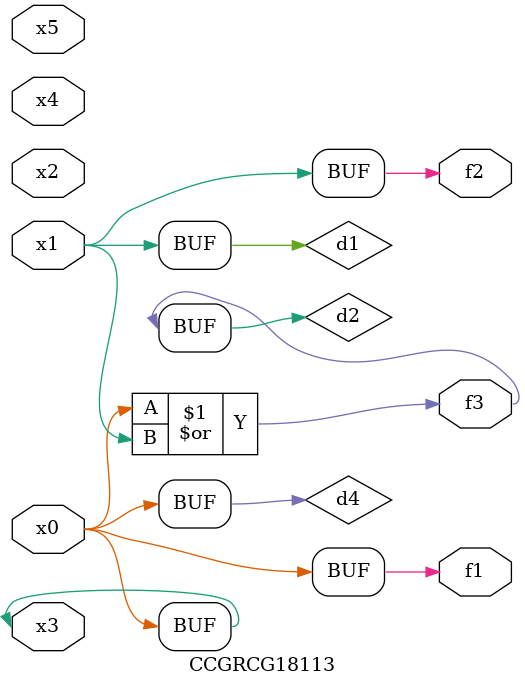
<source format=v>
module CCGRCG18113(
	input x0, x1, x2, x3, x4, x5,
	output f1, f2, f3
);

	wire d1, d2, d3, d4;

	and (d1, x1);
	or (d2, x0, x1);
	nand (d3, x0, x5);
	buf (d4, x0, x3);
	assign f1 = d4;
	assign f2 = d1;
	assign f3 = d2;
endmodule

</source>
